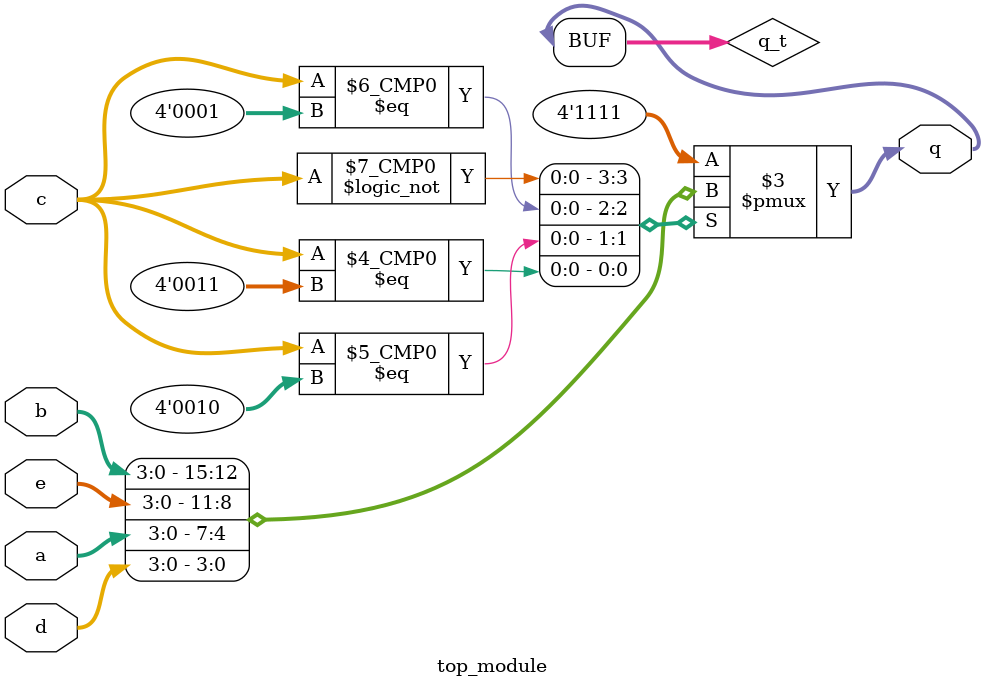
<source format=v>
module top_module (
    input [3:0] a,
    input [3:0] b,
    input [3:0] c,
    input [3:0] d,
    input [3:0] e,
    output [3:0] q );
    
    reg [3:0] q_t;
    
    always @(*) begin
        case (c)
            4'b0000: q_t = b;
            4'b0001: q_t = e;
            4'b0010: q_t = a;
            4'b0011: q_t = d;
            default: q_t = 4'hf;
        endcase
    end
            
    assign q = q_t;
 
endmodule

</source>
